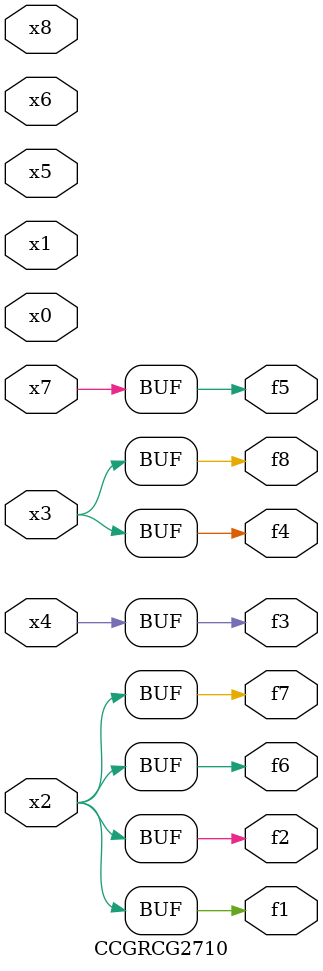
<source format=v>
module CCGRCG2710(
	input x0, x1, x2, x3, x4, x5, x6, x7, x8,
	output f1, f2, f3, f4, f5, f6, f7, f8
);
	assign f1 = x2;
	assign f2 = x2;
	assign f3 = x4;
	assign f4 = x3;
	assign f5 = x7;
	assign f6 = x2;
	assign f7 = x2;
	assign f8 = x3;
endmodule

</source>
